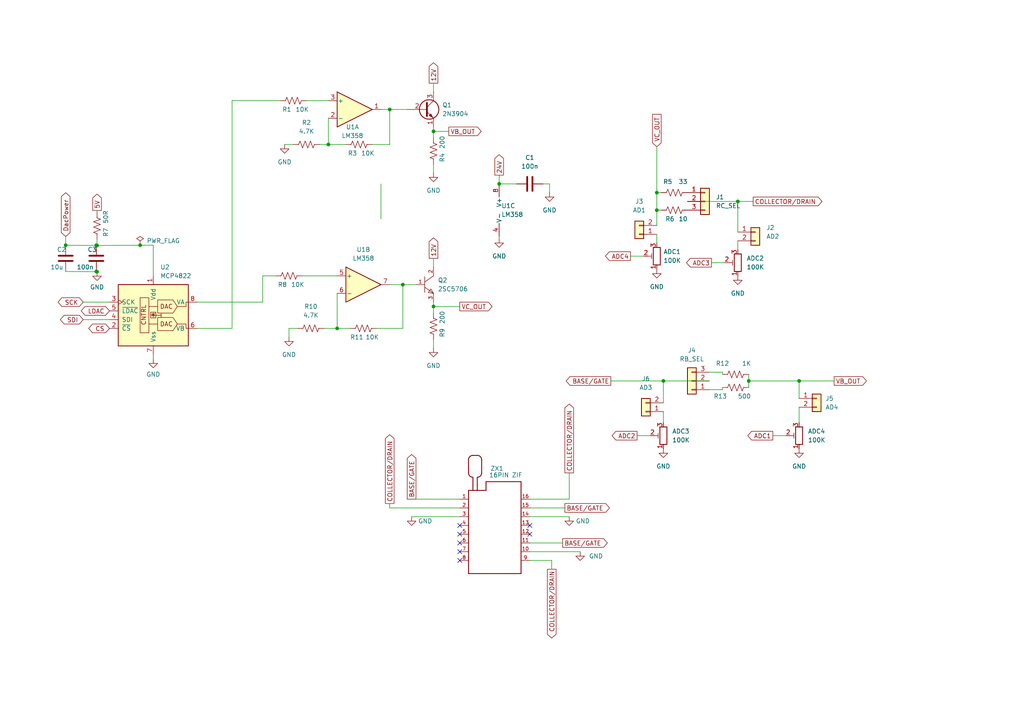
<source format=kicad_sch>
(kicad_sch (version 20211123) (generator eeschema)
  (paper "A4")
  (lib_symbols
    (symbol "Amplifier_Operational:LM358" (pin_names (offset 0.127))
      (property "Reference" "U" (at 0 5.08 0))
      (property "Value" "LM358" (at 0 -5.08 0))
      (symbol "LM358_1_1"
        (polyline (pts (xy -5.08 5.08) (xy 5.08 0) (xy -5.08 -5.08) (xy -5.08 5.08)) (stroke (width 0.254)) (fill (type background)))
        (pin output line (at 7.62 0 180) (length 2.54) (name "~") (number "1"))
        (pin input line (at -7.62 -2.54 0) (length 2.54) (name "-") (number "2"))
        (pin input line (at -7.62 2.54 0) (length 2.54) (name "+") (number "3"))
      )
      (symbol "LM358_2_1"
        (polyline (pts (xy -5.08 5.08) (xy 5.08 0) (xy -5.08 -5.08) (xy -5.08 5.08)) (stroke (width 0.254)) (fill (type background)))
        (pin input line (at -7.62 2.54 0) (length 2.54) (name "+") (number "5"))
        (pin input line (at -7.62 -2.54 0) (length 2.54) (name "-") (number "6"))
        (pin output line (at 7.62 0 180) (length 2.54) (name "~") (number "7"))
      )
      (symbol "LM358_3_1"
        (pin power_in line (at -2.54 -7.62 90) (length 3.81) (name "V-") (number "4"))
        (pin power_in line (at -2.54 7.62 270) (length 3.81) (name "V+") (number "8"))
      )
    )
    (symbol "Analog_DAC:MCP4822" (pin_names (offset 1.016))
      (property "Reference" "U" (at -2.54 10.795 0))
      (property "Value" "MCP4822" (at -2.54 8.89 0))
      (symbol "MCP4822_0_0"
        (polyline (pts (xy 0 -1.778) (xy 0 -0.635)))
        (polyline (pts (xy 0.381 -0.889) (xy 0.508 -0.762)))
        (polyline (pts (xy 2.286 -1.143) (xy 2.286 -1.905)))
        (polyline (pts (xy 0.381 -0.889) (xy -0.381 -0.889) (xy -0.508 -1.016)))
        (polyline (pts (xy 0.762 -1.27) (xy 2.286 -1.27) (xy 2.286 -0.762)))
        (polyline (pts (xy 0 -0.889) (xy 0.508 -1.397) (xy -0.508 -1.397) (xy 0 -0.889)))
        (polyline (pts (xy 6.985 -3.81) (xy 9.525 -3.81) (xy 9.525 -5.08) (xy 10.16 -5.08)))
        (polyline (pts (xy 6.985 1.27) (xy 9.525 1.27) (xy 9.525 2.54) (xy 10.16 2.54)))
        (rectangle (start 0.762 -0.381) (end -0.762 -2.032))
        (text "CNTRL" (at -2.032 -4.191 900) (effects (font (size 1.27 1.27)) (justify left bottom)))
        (text "DAC" (at 3.81 -3.81 0) (effects (font (size 1.27 1.27))))
        (text "DAC" (at 3.81 1.27 0) (effects (font (size 1.27 1.27))))
      )
      (symbol "MCP4822_0_1"
        (rectangle (start -10.16 7.62) (end 10.16 -10.16) (stroke (width 0.254)) (fill (type background)))
        (rectangle (start -1.27 -6.35) (end -3.81 3.81))
        (polyline (pts (xy 1.27 -3.81) (xy -1.27 -3.81)))
        (polyline (pts (xy 1.27 1.27) (xy -1.27 1.27)))
        (polyline (pts (xy 6.985 -3.81) (xy 5.715 -1.905) (xy 1.27 -1.905) (xy 1.27 -5.715) (xy 5.715 -5.715) (xy 6.985 -3.81)))
        (polyline (pts (xy 6.985 1.27) (xy 5.715 3.175) (xy 1.27 3.175) (xy 1.27 -0.635) (xy 5.715 -0.635) (xy 6.985 1.27)))
      )
      (symbol "MCP4822_1_1"
        (pin power_in line (at 0 10.16 270) (length 2.54) (name "Vdd") (number "1"))
        (pin input line (at -12.7 -5.08 0) (length 2.54) (name "~{CS}") (number "2"))
        (pin input clock (at -12.7 2.54 0) (length 2.54) (name "SCK") (number "3"))
        (pin input line (at -12.7 -2.54 0) (length 2.54) (name "SDI") (number "4"))
        (pin input line (at -12.7 0 0) (length 2.54) (name "~{LDAC}") (number "5"))
        (pin output line (at 12.7 -5.08 180) (length 2.54) (name "VB") (number "6"))
        (pin power_in line (at 0 -12.7 90) (length 2.54) (name "Vss") (number "7"))
        (pin output line (at 12.7 2.54 180) (length 2.54) (name "VA") (number "8"))
      )
    )
    (symbol "Connector_Generic:Conn_01x02" (pin_names (offset 1.016) hide)
      (property "Reference" "J" (at 0 2.54 0))
      (property "Value" "Conn_01x02" (at 0 -5.08 0))
      (symbol "Conn_01x02_1_1"
        (rectangle (start -1.27 -2.413) (end 0 -2.667) (stroke (width 0.1524)))
        (rectangle (start -1.27 0.127) (end 0 -0.127) (stroke (width 0.1524)))
        (rectangle (start -1.27 1.27) (end 1.27 -3.81) (stroke (width 0.254)) (fill (type background)))
        (pin passive line (at -5.08 0 0) (length 3.81) (name "Pin_1") (number "1"))
        (pin passive line (at -5.08 -2.54 0) (length 3.81) (name "Pin_2") (number "2"))
      )
    )
    (symbol "Connector_Generic:Conn_01x03" (pin_names (offset 1.016) hide)
      (property "Reference" "J" (at 0 5.08 0))
      (property "Value" "Conn_01x03" (at 0 -5.08 0))
      (symbol "Conn_01x03_1_1"
        (rectangle (start -1.27 -2.413) (end 0 -2.667) (stroke (width 0.1524)))
        (rectangle (start -1.27 0.127) (end 0 -0.127) (stroke (width 0.1524)))
        (rectangle (start -1.27 2.667) (end 0 2.413) (stroke (width 0.1524)))
        (rectangle (start -1.27 3.81) (end 1.27 -3.81) (stroke (width 0.254)) (fill (type background)))
        (pin passive line (at -5.08 2.54 0) (length 3.81) (name "Pin_1") (number "1"))
        (pin passive line (at -5.08 0 0) (length 3.81) (name "Pin_2") (number "2"))
        (pin passive line (at -5.08 -2.54 0) (length 3.81) (name "Pin_3") (number "3"))
      )
    )
    (symbol "Custom_RF:16Pin ZIF" (pin_names (offset 1.016))
      (property "Reference" "ZX" (at 0 13.97 0))
      (property "Value" "16Pin ZIF" (at -7.62 -17.78 0))
      (symbol "16Pin ZIF_0_0"
        (arc (start -7.62 15.24) (mid -7.248 14.342) (end -6.35 13.97) (stroke (width 0.254)))
        (arc (start -6.35 20.32) (mid -7.248 19.948) (end -7.62 19.05) (stroke (width 0.254)))
        (arc (start -5.08 13.97) (mid -4.182 14.342) (end -3.81 15.24) (stroke (width 0.254)))
        (arc (start -3.81 19.05) (mid -4.182 19.948) (end -5.08 20.32) (stroke (width 0.254)))
        (polyline (pts (xy -7.62 -13.97) (xy 7.62 -13.97)) (stroke (width 0.254)))
        (polyline (pts (xy -7.62 10.16) (xy -7.62 -13.97)) (stroke (width 0.254)))
        (polyline (pts (xy -7.62 15.24) (xy -7.62 19.05)) (stroke (width 0.254)))
        (polyline (pts (xy -6.35 10.16) (xy -7.62 10.16)) (stroke (width 0.254)))
        (polyline (pts (xy -6.35 10.16) (xy -6.35 13.97)) (stroke (width 0.254)))
        (polyline (pts (xy -6.35 20.32) (xy -5.08 20.32)) (stroke (width 0.254)))
        (polyline (pts (xy -5.08 10.16) (xy -6.35 10.16)) (stroke (width 0.254)))
        (polyline (pts (xy -5.08 13.97) (xy -5.08 10.16)) (stroke (width 0.254)))
        (polyline (pts (xy -3.81 19.05) (xy -3.81 15.24)) (stroke (width 0.254)))
        (polyline (pts (xy -2.54 10.16) (xy -5.08 10.16)) (stroke (width 0.254)))
        (polyline (pts (xy -2.54 12.7) (xy -2.54 10.16)) (stroke (width 0.254)))
        (polyline (pts (xy 7.62 -13.97) (xy 7.62 12.7)) (stroke (width 0.254)))
        (polyline (pts (xy 7.62 12.7) (xy -2.54 12.7)) (stroke (width 0.254)))
        (pin passive line (at -10.16 7.62 0) (length 2.54) (name "~") (number "1"))
        (pin passive line (at 10.16 -7.62 180) (length 2.54) (name "~") (number "10"))
        (pin passive line (at 10.16 -5.08 180) (length 2.54) (name "~") (number "11"))
        (pin passive line (at 10.16 -2.54 180) (length 2.54) (name "~") (number "12"))
        (pin passive line (at 10.16 0 180) (length 2.54) (name "~") (number "13"))
        (pin passive line (at 10.16 2.54 180) (length 2.54) (name "~") (number "14"))
        (pin passive line (at 10.16 5.08 180) (length 2.54) (name "~") (number "15"))
        (pin passive line (at 10.16 7.62 180) (length 2.54) (name "~") (number "16"))
        (pin passive line (at -10.16 5.08 0) (length 2.54) (name "~") (number "2"))
        (pin passive line (at -10.16 2.54 0) (length 2.54) (name "~") (number "3"))
        (pin passive line (at -10.16 0 0) (length 2.54) (name "~") (number "4"))
        (pin passive line (at -10.16 -2.54 0) (length 2.54) (name "~") (number "5"))
        (pin passive line (at -10.16 -5.08 0) (length 2.54) (name "~") (number "6"))
        (pin passive line (at -10.16 -7.62 0) (length 2.54) (name "~") (number "7"))
        (pin passive line (at -10.16 -10.16 0) (length 2.54) (name "~") (number "8"))
        (pin passive line (at 10.16 -10.16 180) (length 2.54) (name "~") (number "9"))
      )
    )
    (symbol "Custom_RF:2SC5706-E" (pin_names (offset 1.016))
      (property "Reference" "Q" (at 0 7.62 0))
      (property "Value" "2SC5706-E" (at 0 10.16 0))
      (symbol "2SC5706-E_1_1"
        (polyline (pts (xy 2.54 -0.762) (xy 5.08 -2.54)))
        (polyline (pts (xy 2.54 2.286) (xy 2.54 -2.286)))
        (polyline (pts (xy 5.08 2.54) (xy 2.54 0.762)))
        (polyline (pts (xy 4.318 -1.27) (xy 3.556 -2.286) (xy 5.08 -2.54) (xy 4.318 -1.27)))
        (pin passive line (at 0 0 0) (length 2.54) (name "B") (number "1"))
        (pin passive line (at 5.08 5.08 270) (length 2.54) (name "C") (number "2"))
        (pin passive line (at 5.08 -5.08 90) (length 2.54) (name "E") (number "3"))
      )
    )
    (symbol "Device:C" (pin_numbers hide) (pin_names (offset 0.254))
      (property "Reference" "C" (at 0.635 2.54 0))
      (property "Value" "C" (at 0.635 -2.54 0))
      (symbol "C_0_1"
        (polyline (pts (xy -2.032 -0.762) (xy 2.032 -0.762)) (stroke (width 0.508)))
        (polyline (pts (xy -2.032 0.762) (xy 2.032 0.762)) (stroke (width 0.508)))
      )
      (symbol "C_1_1"
        (pin passive line (at 0 3.81 270) (length 2.794) (name "~") (number "1"))
        (pin passive line (at 0 -3.81 90) (length 2.794) (name "~") (number "2"))
      )
    )
    (symbol "Device:R_Potentiometer_Trim" (pin_names (offset 1.016) hide)
      (property "Reference" "RV" (at -4.445 0 90))
      (property "Value" "R_Potentiometer_Trim" (at -2.54 0 90))
      (symbol "R_Potentiometer_Trim_0_1"
        (polyline (pts (xy 1.524 0.762) (xy 1.524 -0.762)))
        (polyline (pts (xy 2.54 0) (xy 1.524 0)))
        (rectangle (start 1.016 2.54) (end -1.016 -2.54) (stroke (width 0.254)))
      )
      (symbol "R_Potentiometer_Trim_1_1"
        (pin passive line (at 0 3.81 270) (length 1.27) (name "1") (number "1"))
        (pin passive line (at 3.81 0 180) (length 1.27) (name "2") (number "2"))
        (pin passive line (at 0 -3.81 90) (length 1.27) (name "3") (number "3"))
      )
    )
    (symbol "Device:R_US" (pin_numbers hide) (pin_names (offset 0))
      (property "Reference" "R" (at 2.54 0 90))
      (property "Value" "R_US" (at -2.54 0 90))
      (symbol "R_US_0_1"
        (polyline (pts (xy 0 -2.286) (xy 0 -2.54)))
        (polyline (pts (xy 0 2.286) (xy 0 2.54)))
        (polyline (pts (xy 0 -0.762) (xy 1.016 -1.143) (xy 0 -1.524) (xy -1.016 -1.905) (xy 0 -2.286)))
        (polyline (pts (xy 0 0.762) (xy 1.016 0.381) (xy 0 0) (xy -1.016 -0.381) (xy 0 -0.762)))
        (polyline (pts (xy 0 2.286) (xy 1.016 1.905) (xy 0 1.524) (xy -1.016 1.143) (xy 0 0.762)))
      )
      (symbol "R_US_1_1"
        (pin passive line (at 0 3.81 270) (length 1.27) (name "~") (number "1"))
        (pin passive line (at 0 -3.81 90) (length 1.27) (name "~") (number "2"))
      )
    )
    (symbol "Transistor_BJT:2N3904" (pin_names (offset 0) hide)
      (property "Reference" "Q" (at 5.08 1.905 0))
      (property "Value" "2N3904" (at 5.08 0 0))
      (symbol "2N3904_0_1"
        (polyline (pts (xy 0.635 0.635) (xy 2.54 2.54)))
        (polyline (pts (xy 0.635 -0.635) (xy 2.54 -2.54) (xy 2.54 -2.54)))
        (polyline (pts (xy 0.635 1.905) (xy 0.635 -1.905) (xy 0.635 -1.905)) (stroke (width 0.508)))
        (polyline (pts (xy 1.27 -1.778) (xy 1.778 -1.27) (xy 2.286 -2.286) (xy 1.27 -1.778) (xy 1.27 -1.778)) (fill (type outline)))
        (circle (center 1.27 0) (radius 2.8194) (stroke (width 0.254)))
      )
      (symbol "2N3904_1_1"
        (pin passive line (at 2.54 -5.08 90) (length 2.54) (name "E") (number "1"))
        (pin passive line (at -5.08 0 0) (length 5.715) (name "B") (number "2"))
        (pin passive line (at 2.54 5.08 270) (length 2.54) (name "C") (number "3"))
      )
    )
    (symbol "power:GND" (power) (pin_names (offset 0))
      (property "Value" "GND" (at 0 -3.81 0))
      (symbol "GND_0_1"
        (polyline (pts (xy 0 0) (xy 0 -1.27) (xy 1.27 -1.27) (xy 0 -2.54) (xy -1.27 -1.27) (xy 0 -1.27)))
      )
      (symbol "GND_1_1"
        (pin power_in line (at 0 0 270) (length 0) hide (name "GND") (number "1"))
      )
    )
    (symbol "power:PWR_FLAG" (power) (pin_numbers hide) (pin_names (offset 0) hide)
      (property "Value" "PWR_FLAG" (at 0 3.81 0))
      (symbol "PWR_FLAG_0_0"
        (pin power_out line (at 0 0 90) (length 0) (name "pwr") (number "1"))
      )
      (symbol "PWR_FLAG_0_1"
        (polyline (pts (xy 0 0) (xy 0 1.27) (xy -1.016 1.905) (xy 0 2.54) (xy 1.016 1.905) (xy 0 1.27)))
      )
    )
  )
  (junction (at 190.5 60.96))
  (junction (at 27.94 78.74))
  (junction (at 144.78 53.34))
  (junction (at 95.25 41.91))
  (junction (at 116.84 82.55))
  (junction (at 27.94 71.12))
  (junction (at 125.73 88.9))
  (junction (at 28.1432 78.8162))
  (junction (at 28.1432 71.1962))
  (junction (at 192.405 110.49))
  (junction (at 19.05 71.12))
  (junction (at 125.73 38.1))
  (junction (at 190.5 55.88))
  (junction (at 97.79 95.25))
  (junction (at 231.775 110.49))
  (junction (at 40.64 71.12))
  (junction (at 113.03 31.75))
  (junction (at 213.995 58.42))
  (junction (at 217.17 110.49))
  (no_connect (at 153.67 152.4))
  (no_connect (at 133.35 160.02))
  (no_connect (at 133.35 157.48))
  (no_connect (at 133.35 162.56))
  (no_connect (at 153.67 154.94))
  (no_connect (at 133.35 152.4))
  (no_connect (at 133.35 154.94))
  (wire (pts (xy 192.405 119.38) (xy 192.405 122.555)))
  (wire (pts (xy 95.25 41.91) (xy 100.33 41.91)))
  (wire (pts (xy 165.1 144.78) (xy 153.67 144.78)))
  (wire (pts (xy 113.03 82.55) (xy 116.84 82.55)))
  (wire (pts (xy 24.13 87.63) (xy 31.75 87.63)))
  (wire (pts (xy 67.31 29.21) (xy 67.31 95.25)))
  (wire (pts (xy 27.94 71.12) (xy 28.1432 71.1962)))
  (wire (pts (xy 177.165 110.49) (xy 192.405 110.49)))
  (wire (pts (xy 97.79 85.09) (xy 97.79 95.25)))
  (wire (pts (xy 125.73 87.63) (xy 125.73 88.9)))
  (wire (pts (xy 159.385 53.34) (xy 159.385 55.88)))
  (wire (pts (xy 119.38 144.78) (xy 133.35 144.78)))
  (wire (pts (xy 163.195 157.48) (xy 153.67 157.48)))
  (wire (pts (xy 149.86 53.34) (xy 144.78 53.34)))
  (wire (pts (xy 190.5 55.88) (xy 190.5 60.96)))
  (wire (pts (xy 144.78 68.58) (xy 144.78 69.215)))
  (wire (pts (xy 109.22 95.25) (xy 116.84 95.25)))
  (wire (pts (xy 113.03 41.91) (xy 107.95 41.91)))
  (wire (pts (xy 80.01 80.01) (xy 76.2 80.01)))
  (wire (pts (xy 163.83 147.32) (xy 153.67 147.32)))
  (wire (pts (xy 110.49 31.75) (xy 113.03 31.75)))
  (wire (pts (xy 213.995 58.42) (xy 213.995 67.31)))
  (wire (pts (xy 19.05 68.58) (xy 19.05 71.12)))
  (wire (pts (xy 205.74 107.95) (xy 209.55 107.95)))
  (wire (pts (xy 113.03 31.75) (xy 113.03 41.91)))
  (wire (pts (xy 125.73 36.83) (xy 125.73 38.1)))
  (wire (pts (xy 190.5 60.96) (xy 190.5 65.405)))
  (wire (pts (xy 95.25 34.29) (xy 95.25 41.91)))
  (wire (pts (xy 217.17 110.49) (xy 231.775 110.49)))
  (wire (pts (xy 209.55 113.03) (xy 209.55 112.395)))
  (wire (pts (xy 213.995 58.42) (xy 218.44 58.42)))
  (wire (pts (xy 125.73 38.1) (xy 130.175 38.1)))
  (wire (pts (xy 125.73 74.93) (xy 125.73 77.47)))
  (wire (pts (xy 57.15 87.63) (xy 76.2 87.63)))
  (wire (pts (xy 165.1 137.16) (xy 165.1 144.78)))
  (wire (pts (xy 119.38 149.86) (xy 133.35 149.86)))
  (wire (pts (xy 231.775 115.57) (xy 231.775 110.49)))
  (wire (pts (xy 192.405 110.49) (xy 205.74 110.49)))
  (wire (pts (xy 125.73 38.1) (xy 125.73 40.005)))
  (wire (pts (xy 125.73 47.625) (xy 125.73 50.165)))
  (wire (pts (xy 192.405 110.49) (xy 192.405 116.84)))
  (wire (pts (xy 86.36 95.25) (xy 83.82 95.25)))
  (wire (pts (xy 190.5 42.545) (xy 190.5 55.88)))
  (wire (pts (xy 116.84 82.55) (xy 120.65 82.55)))
  (wire (pts (xy 213.995 69.85) (xy 213.995 72.39)))
  (wire (pts (xy 88.9 29.21) (xy 95.25 29.21)))
  (wire (pts (xy 28.1432 71.1962) (xy 40.64 71.12)))
  (wire (pts (xy 125.73 24.13) (xy 125.73 26.67)))
  (wire (pts (xy 28.1432 61.0362) (xy 28.1432 61.6712)))
  (wire (pts (xy 44.45 104.14) (xy 44.45 102.87)))
  (wire (pts (xy 165.1 149.86) (xy 153.67 149.86)))
  (wire (pts (xy 67.31 29.21) (xy 81.28 29.21)))
  (wire (pts (xy 83.82 95.25) (xy 83.82 97.79)))
  (wire (pts (xy 82.55 41.91) (xy 85.09 41.91)))
  (wire (pts (xy 113.03 146.05) (xy 113.03 147.32)))
  (wire (pts (xy 168.275 160.02) (xy 153.67 160.02)))
  (wire (pts (xy 44.45 80.01) (xy 44.45 71.12)))
  (wire (pts (xy 116.84 95.25) (xy 116.84 82.55)))
  (wire (pts (xy 205.74 113.03) (xy 209.55 113.03)))
  (wire (pts (xy 113.03 31.75) (xy 118.11 31.75)))
  (wire (pts (xy 110.49 53.34) (xy 110.49 63.5)))
  (wire (pts (xy 157.48 53.34) (xy 159.385 53.34)))
  (wire (pts (xy 92.71 41.91) (xy 95.25 41.91)))
  (wire (pts (xy 93.98 95.25) (xy 97.79 95.25)))
  (wire (pts (xy 153.67 162.56) (xy 160.02 162.56)))
  (wire (pts (xy 144.78 50.8) (xy 144.78 53.34)))
  (wire (pts (xy 125.73 88.9) (xy 133.35 88.9)))
  (wire (pts (xy 188.595 126.365) (xy 184.785 126.365)))
  (wire (pts (xy 113.03 147.32) (xy 133.35 147.32)))
  (wire (pts (xy 24.13 92.71) (xy 31.75 92.71)))
  (wire (pts (xy 231.775 110.49) (xy 241.935 110.49)))
  (wire (pts (xy 125.73 98.425) (xy 125.73 100.965)))
  (wire (pts (xy 97.79 95.25) (xy 101.6 95.25)))
  (wire (pts (xy 19.05 71.12) (xy 28.1432 71.1962)))
  (wire (pts (xy 28.1432 69.2912) (xy 28.1432 71.1962)))
  (wire (pts (xy 199.39 58.42) (xy 213.995 58.42)))
  (wire (pts (xy 209.55 107.95) (xy 209.55 108.585)))
  (wire (pts (xy 217.17 110.49) (xy 217.17 112.395)))
  (wire (pts (xy 231.775 122.555) (xy 231.775 118.11)))
  (wire (pts (xy 190.5 55.88) (xy 191.77 55.88)))
  (wire (pts (xy 227.965 126.365) (xy 224.155 126.365)))
  (wire (pts (xy 217.17 108.585) (xy 217.17 110.49)))
  (wire (pts (xy 190.5 67.945) (xy 190.5 70.485)))
  (wire (pts (xy 125.73 88.9) (xy 125.73 90.805)))
  (wire (pts (xy 160.02 162.56) (xy 160.02 165.1)))
  (wire (pts (xy 186.69 74.295) (xy 182.88 74.295)))
  (wire (pts (xy 76.2 80.01) (xy 76.2 87.63)))
  (wire (pts (xy 44.45 71.12) (xy 40.64 71.12)))
  (wire (pts (xy 19.05 78.74) (xy 28.1432 78.8162)))
  (wire (pts (xy 87.63 80.01) (xy 97.79 80.01)))
  (wire (pts (xy 67.31 95.25) (xy 57.15 95.25)))
  (wire (pts (xy 190.5 60.96) (xy 191.77 60.96)))
  (wire (pts (xy 27.94 78.74) (xy 28.1432 78.8162)))
  (wire (pts (xy 210.185 76.2) (xy 206.375 76.2)))
  (global_label "ADC1" (shape output) (at 224.155 126.365 180) (property "Intersheet References" "${INTERSHEET_REFS}" (effects hide)))
  (global_label "VB_OUT" (shape output) (at 130.175 38.1 0) (property "Intersheet References" "${INTERSHEET_REFS}" (effects hide)))
  (global_label "5V" (shape output) (at 28.1432 61.0362 90) (property "Intersheet References" "${INTERSHEET_REFS}" (effects hide)))
  (global_label "12V" (shape output) (at 125.73 74.93 90) (property "Intersheet References" "${INTERSHEET_REFS}" (effects hide)))
  (global_label "BASE{slash}GATE" (shape output) (at 163.83 147.32 0) (property "Intersheet References" "${INTERSHEET_REFS}" (effects hide)))
  (global_label "BASE{slash}GATE" (shape output) (at 163.195 157.48 0) (property "Intersheet References" "${INTERSHEET_REFS}" (effects hide)))
  (global_label "12V" (shape output) (at 125.73 24.13 90) (property "Intersheet References" "${INTERSHEET_REFS}" (effects hide)))
  (global_label "COLLECTOR{slash}DRAIN" (shape output) (at 218.44 58.42 0) (property "Intersheet References" "${INTERSHEET_REFS}" (effects hide)))
  (global_label "BASE{slash}GATE" (shape output) (at 177.165 110.49 180) (property "Intersheet References" "${INTERSHEET_REFS}" (effects hide)))
  (global_label "LDAC" (shape bidirectional) (at 31.75 90.17 180) (property "Intersheet References" "${INTERSHEET_REFS}" (effects hide)))
  (global_label "VC_OUT" (shape output) (at 133.35 88.9 0) (property "Intersheet References" "${INTERSHEET_REFS}" (effects hide)))
  (global_label "24V" (shape output) (at 144.78 50.8 90) (property "Intersheet References" "${INTERSHEET_REFS}" (effects hide)))
  (global_label "SCK" (shape bidirectional) (at 24.13 87.63 180) (property "Intersheet References" "${INTERSHEET_REFS}" (effects hide)))
  (global_label "ADC3" (shape output) (at 206.375 76.2 180) (property "Intersheet References" "${INTERSHEET_REFS}" (effects hide)))
  (global_label "COLLECTOR{slash}DRAIN" (shape output) (at 160.02 165.1 270) (property "Intersheet References" "${INTERSHEET_REFS}" (effects hide)))
  (global_label "VB_OUT" (shape output) (at 241.935 110.49 0) (property "Intersheet References" "${INTERSHEET_REFS}" (effects hide)))
  (global_label "ADC4" (shape output) (at 182.88 74.295 180) (property "Intersheet References" "${INTERSHEET_REFS}" (effects hide)))
  (global_label "COLLECTOR{slash}DRAIN" (shape output) (at 113.03 146.05 90) (property "Intersheet References" "${INTERSHEET_REFS}" (effects hide)))
  (global_label "CS" (shape bidirectional) (at 31.75 95.25 180) (property "Intersheet References" "${INTERSHEET_REFS}" (effects hide)))
  (global_label "SDI" (shape bidirectional) (at 24.13 92.71 180) (property "Intersheet References" "${INTERSHEET_REFS}" (effects hide)))
  (global_label "COLLECTOR{slash}DRAIN" (shape output) (at 165.1 137.16 90) (property "Intersheet References" "${INTERSHEET_REFS}" (effects hide)))
  (global_label "BASE{slash}GATE" (shape output) (at 119.38 144.78 90) (property "Intersheet References" "${INTERSHEET_REFS}" (effects hide)))
  (global_label "VC_OUT" (shape input) (at 190.5 42.545 90) (property "Intersheet References" "${INTERSHEET_REFS}" (effects hide)))
  (global_label "ADC2" (shape output) (at 184.785 126.365 180) (property "Intersheet References" "${INTERSHEET_REFS}" (effects hide)))
  (global_label "DacPower" (shape bidirectional) (at 19.05 68.58 90) (property "Intersheet References" "${INTERSHEET_REFS}" (effects hide)))
  (symbol (lib_id "Device:C") (at 27.94 74.93 180) (unit 1)
    (property "Reference" "C3" (at 25.4 72.39 0) (effects (justify right)))
    (property "Value" "100n" (at 22.225 77.47 0) (effects (justify right)))
    (property "Footprint" "Capacitor_SMD:C_1206_3216Metric" (effects hide))
  )
  (symbol (lib_id "Device:R_US") (at 105.41 95.25 90) (unit 1)
    (property "Reference" "R11" (at 103.505 97.79 90))
    (property "Value" "10K" (at 107.95 97.79 90))
    (property "Footprint" "Resistor_SMD:R_1206_3216Metric" (effects hide))
  )
  (symbol (lib_id "power:GND") (at 28.1432 78.8162 0) (unit 1)
    (property "Reference" "#PWR06" (effects hide))
    (property "Value" "GND" (at 28.1432 83.2612 0))
  )
  (symbol (lib_id "power:GND") (at 159.385 55.88 0) (unit 1)
    (property "Reference" "#PWR03" (effects hide))
    (property "Value" "GND" (at 159.385 60.96 0))
  )
  (symbol (lib_id "Device:R_US") (at 28.1432 65.4812 180) (unit 1)
    (property "Reference" "R7" (at 30.6832 67.3862 90))
    (property "Value" "50R" (at 30.6832 62.9412 90))
    (property "Footprint" "Resistor_SMD:R_1206_3216Metric" (effects hide))
  )
  (symbol (lib_id "Device:R_US") (at 213.36 108.585 90) (unit 1)
    (property "Reference" "R12" (at 209.55 105.41 90))
    (property "Value" "1K" (at 216.535 105.41 90))
    (property "Footprint" "Resistor_SMD:R_1206_3216Metric" (effects hide))
  )
  (symbol (lib_id "Connector_Generic:Conn_01x02") (at 219.075 67.31 0) (unit 1)
    (property "Reference" "J2" (at 222.25 66.0399 0) (effects (justify left)))
    (property "Value" "AD2" (at 222.25 68.5799 0) (effects (justify left)))
    (property "Footprint" "Connector_PinHeader_2.54mm:PinHeader_1x02_P2.54mm_Vertical" (effects hide))
  )
  (symbol (lib_id "Connector_Generic:Conn_01x02") (at 187.325 119.38 180) (unit 1)
    (property "Reference" "J6" (at 187.325 109.855 0))
    (property "Value" "AD3" (at 187.325 112.395 0))
    (property "Footprint" "Connector_PinHeader_2.54mm:PinHeader_1x02_P2.54mm_Vertical" (effects hide))
  )
  (symbol (lib_id "power:GND") (at 144.78 69.215 0) (unit 1)
    (property "Reference" "#PWR04" (effects hide))
    (property "Value" "GND" (at 144.78 74.295 0))
  )
  (symbol (lib_id "power:GND") (at 168.275 160.02 0) (unit 1)
    (property "Reference" "#PWR015" (effects hide))
    (property "Value" "GND" (at 170.815 161.2899 0) (effects (justify left)))
  )
  (symbol (lib_id "Amplifier_Operational:LM358") (at 105.41 82.55 0) (unit 2)
    (property "Reference" "U1" (at 105.41 72.39 0))
    (property "Value" "LM358" (at 105.41 74.93 0))
    (property "Footprint" "Package_DIP:DIP-8_W7.62mm_Socket" (effects hide))
    (property "Datasheet" "http://www.ti.com/lit/ds/symlink/lm2904-n.pdf" (effects hide))
  )
  (symbol (lib_id "power:GND") (at 213.995 80.01 0) (unit 1)
    (property "Reference" "#PWR07" (effects hide))
    (property "Value" "GND" (at 213.995 85.09 0))
  )
  (symbol (lib_id "Connector_Generic:Conn_01x03") (at 204.47 58.42 0) (unit 1)
    (property "Reference" "J1" (at 207.645 57.1499 0) (effects (justify left)))
    (property "Value" "RC_SEL" (at 207.645 59.6899 0) (effects (justify left)))
    (property "Footprint" "Connector_PinHeader_2.54mm:PinHeader_1x03_P2.54mm_Vertical" (effects hide))
  )
  (symbol (lib_id "Device:R_Potentiometer_Trim") (at 192.405 126.365 180) (unit 1)
    (property "Reference" "ADC3" (at 194.945 125.0949 0) (effects (justify right)))
    (property "Value" "100K" (at 194.945 127.6349 0) (effects (justify right)))
    (property "Footprint" "Potentiometer_THT:Potentiometer_Bourns_3296W_Vertical" (effects hide))
  )
  (symbol (lib_id "power:GND") (at 165.1 149.86 0) (unit 1)
    (property "Reference" "#PWR014" (effects hide))
    (property "Value" "GND" (at 167.005 151.1299 0) (effects (justify left)))
  )
  (symbol (lib_id "Connector_Generic:Conn_01x02") (at 185.42 67.945 180) (unit 1)
    (property "Reference" "J3" (at 185.42 58.42 0))
    (property "Value" "AD1" (at 185.42 60.96 0))
    (property "Footprint" "Connector_PinHeader_2.54mm:PinHeader_1x02_P2.54mm_Vertical" (effects hide))
  )
  (symbol (lib_id "Device:C") (at 19.05 74.93 180) (unit 1)
    (property "Reference" "C2" (at 16.51 72.39 0) (effects (justify right)))
    (property "Value" "10u" (at 14.605 77.47 0) (effects (justify right)))
    (property "Footprint" "Capacitor_SMD:C_1206_3216Metric" (effects hide))
  )
  (symbol (lib_id "Connector_Generic:Conn_01x03") (at 200.66 110.49 180) (unit 1)
    (property "Reference" "J4" (at 200.66 101.6 0))
    (property "Value" "RB_SEL" (at 200.66 104.14 0))
    (property "Footprint" "Connector_PinHeader_2.54mm:PinHeader_1x03_P2.54mm_Vertical" (effects hide))
  )
  (symbol (lib_id "Device:R_Potentiometer_Trim") (at 213.995 76.2 180) (unit 1)
    (property "Reference" "ADC2" (at 216.535 74.9299 0) (effects (justify right)))
    (property "Value" "100K" (at 216.535 77.4699 0) (effects (justify right)))
    (property "Footprint" "Potentiometer_THT:Potentiometer_Bourns_3296W_Vertical" (effects hide))
  )
  (symbol (lib_id "power:GND") (at 125.73 50.165 0) (unit 1)
    (property "Reference" "#PWR02" (effects hide))
    (property "Value" "GND" (at 125.73 55.245 0))
  )
  (symbol (lib_id "power:GND") (at 83.82 97.79 0) (unit 1)
    (property "Reference" "#PWR08" (effects hide))
    (property "Value" "GND" (at 83.82 102.87 0))
  )
  (symbol (lib_id "Device:R_Potentiometer_Trim") (at 190.5 74.295 180) (unit 1)
    (property "Reference" "ADC1" (at 192.405 73.0249 0) (effects (justify right)))
    (property "Value" "100K" (at 192.405 75.5649 0) (effects (justify right)))
    (property "Footprint" "Potentiometer_THT:Potentiometer_Bourns_3296W_Vertical" (effects hide))
  )
  (symbol (lib_id "Device:R_US") (at 195.58 55.88 90) (unit 1)
    (property "Reference" "R5" (at 193.675 52.705 90))
    (property "Value" "33" (at 198.12 52.705 90))
    (property "Footprint" "Resistor_THT:R_Axial_DIN0411_L9.9mm_D3.6mm_P7.62mm_Vertical" (effects hide))
  )
  (symbol (lib_id "Device:C") (at 153.67 53.34 90) (unit 1)
    (property "Reference" "C1" (at 153.67 45.72 90))
    (property "Value" "100n" (at 153.67 48.26 90))
    (property "Footprint" "Capacitor_SMD:C_1206_3216Metric" (effects hide))
  )
  (symbol (lib_id "Device:R_Potentiometer_Trim") (at 231.775 126.365 180) (unit 1)
    (property "Reference" "ADC4" (at 234.315 125.0949 0) (effects (justify right)))
    (property "Value" "100K" (at 234.315 127.6349 0) (effects (justify right)))
    (property "Footprint" "Potentiometer_THT:Potentiometer_Bourns_3296W_Vertical" (effects hide))
  )
  (symbol (lib_id "Device:R_US") (at 83.82 80.01 90) (unit 1)
    (property "Reference" "R8" (at 81.915 82.55 90))
    (property "Value" "10K" (at 86.36 82.55 90))
    (property "Footprint" "Resistor_SMD:R_1206_3216Metric" (effects hide))
  )
  (symbol (lib_id "power:GND") (at 190.5 78.105 0) (unit 1)
    (property "Reference" "#PWR05" (effects hide))
    (property "Value" "GND" (at 190.5 83.185 0))
  )
  (symbol (lib_id "Device:R_US") (at 195.58 60.96 90) (unit 1)
    (property "Reference" "R6" (at 194.31 63.5 90))
    (property "Value" "10" (at 198.12 63.5 90))
    (property "Footprint" "Resistor_THT:R_Axial_DIN0411_L9.9mm_D3.6mm_P7.62mm_Vertical" (effects hide))
  )
  (symbol (lib_id "power:GND") (at 44.45 104.14 0) (unit 1)
    (property "Reference" "#PWR010" (effects hide))
    (property "Value" "GND" (at 44.45 108.585 0))
  )
  (symbol (lib_id "Amplifier_Operational:LM358") (at 102.87 31.75 0) (unit 1)
    (property "Reference" "U1" (at 102.235 36.83 0))
    (property "Value" "LM358" (at 102.235 39.37 0))
    (property "Footprint" "Package_DIP:DIP-8_W7.62mm_Socket" (effects hide))
    (property "Datasheet" "http://www.ti.com/lit/ds/symlink/lm2904-n.pdf" (effects hide))
  )
  (symbol (lib_id "Connector_Generic:Conn_01x02") (at 236.855 115.57 0) (unit 1)
    (property "Reference" "J5" (at 239.395 115.5699 0) (effects (justify left)))
    (property "Value" "AD4" (at 239.395 118.1099 0) (effects (justify left)))
    (property "Footprint" "Connector_PinHeader_2.54mm:PinHeader_1x02_P2.54mm_Vertical" (effects hide))
  )
  (symbol (lib_id "Custom_RF:16Pin ZIF") (at 143.51 152.4 0) (unit 1)
    (property "Reference" "ZX1" (at 144.145 135.89 0))
    (property "Value" "16PIN ZIF" (at 146.685 137.795 0))
    (property "Footprint" "Custom_RF:16Pin ZIF" (effects hide))
    (property "POPULARITY" "0" (effects hide))
    (property "OC_FARNELL" "1674399" (effects hide))
    (property "MF" "3M" (effects hide))
    (property "MPN" "216-3340-00-0602J" (effects hide))
    (property "OC_NEWARK" "85K7797" (effects hide))
  )
  (symbol (lib_id "power:GND") (at 119.38 149.86 0) (unit 1)
    (property "Reference" "#PWR013" (effects hide))
    (property "Value" "GND" (at 121.285 151.1299 0) (effects (justify left)))
  )
  (symbol (lib_id "power:GND") (at 231.775 130.175 0) (unit 1)
    (property "Reference" "#PWR012" (effects hide))
    (property "Value" "GND" (at 231.775 135.255 0))
  )
  (symbol (lib_id "Device:R_US") (at 90.17 95.25 90) (unit 1)
    (property "Reference" "R10" (at 90.17 88.9 90))
    (property "Value" "4.7K" (at 90.17 91.44 90))
    (property "Footprint" "Resistor_SMD:R_1206_3216Metric" (effects hide))
  )
  (symbol (lib_id "Device:R_US") (at 85.09 29.21 90) (unit 1)
    (property "Reference" "R1" (at 83.185 31.75 90))
    (property "Value" "10K" (at 87.63 31.75 90))
    (property "Footprint" "Resistor_SMD:R_1206_3216Metric" (effects hide))
  )
  (symbol (lib_id "Device:R_US") (at 125.73 94.615 180) (unit 1)
    (property "Reference" "R9" (at 128.27 96.52 90))
    (property "Value" "200" (at 128.27 92.075 90))
    (property "Footprint" "Resistor_SMD:R_1206_3216Metric" (effects hide))
  )
  (symbol (lib_id "power:GND") (at 125.73 100.965 0) (unit 1)
    (property "Reference" "#PWR09" (effects hide))
    (property "Value" "GND" (at 125.73 106.045 0))
  )
  (symbol (lib_id "power:GND") (at 192.405 130.175 0) (unit 1)
    (property "Reference" "#PWR011" (effects hide))
    (property "Value" "GND" (at 192.405 135.255 0))
  )
  (symbol (lib_id "Device:R_US") (at 88.9 41.91 90) (unit 1)
    (property "Reference" "R2" (at 88.9 35.56 90))
    (property "Value" "4.7K" (at 88.9 38.1 90))
    (property "Footprint" "Resistor_SMD:R_1206_3216Metric" (effects hide))
  )
  (symbol (lib_id "Device:R_US") (at 104.14 41.91 90) (unit 1)
    (property "Reference" "R3" (at 102.235 44.45 90))
    (property "Value" "10K" (at 106.68 44.45 90))
    (property "Footprint" "Resistor_SMD:R_1206_3216Metric" (effects hide))
  )
  (symbol (lib_id "Device:R_US") (at 125.73 43.815 180) (unit 1)
    (property "Reference" "R4" (at 128.27 45.72 90))
    (property "Value" "200" (at 128.27 41.275 90))
    (property "Footprint" "Resistor_SMD:R_1206_3216Metric" (effects hide))
  )
  (symbol (lib_id "Amplifier_Operational:LM358") (at 147.32 60.96 0) (unit 3)
    (property "Reference" "U1" (at 145.415 59.6899 0) (effects (justify left)))
    (property "Value" "LM358" (at 145.415 62.2299 0) (effects (justify left)))
    (property "Footprint" "Package_DIP:DIP-8_W7.62mm_Socket" (effects hide))
    (property "Datasheet" "http://www.ti.com/lit/ds/symlink/lm2904-n.pdf" (effects hide))
  )
  (symbol (lib_id "Custom_RF:2SC5706-E") (at 120.65 82.55 0) (unit 1)
    (property "Reference" "Q2" (at 127 81.2799 0) (effects (justify left)))
    (property "Value" "2SC5706" (at 127 83.8199 0) (effects (justify left)))
    (property "Footprint" "Custom_RF:2SC5706" (effects hide))
    (property "Datasheet" "http://www.onsemi.com/pub_link/Collateral/EN6912-D.PDF" (effects hide))
    (property "Component Link 1 Description" "Manufacturer URL" (effects hide))
    (property "Component Link 1 URL" "http://www.onsemi.com/" (effects hide))
    (property "Component Link 3 Description" "Package Specification" (effects hide))
    (property "Component Link 3 URL" "http://www.onsemi.cn/pub_link/Collateral/369AJ.PDF" (effects hide))
    (property "IC Continuous A" "5" (effects hide))
    (property "Mounting Technology" "Through Hole" (effects hide))
    (property "Package Description" "3-Pin Flange Mount, Vertical Straight Lead, Body 6.5 x 5.5 mm, Pitch 2.3 mm" (effects hide))
    (property "Package Version" "Rev. O, 01/2012" (effects hide))
    (property "Packing" "Bulk Bag" (effects hide))
    (property "Polarity" "NPN" (effects hide))
    (property "category" "Trans" (effects hide))
    (property "ciiva ids" "861379" (effects hide))
    (property "library id" "0f9a4dab6e0fcd82" (effects hide))
    (property "manufacturer" "On Semiconductor" (effects hide))
    (property "package" "IPAK-3-369AJ" (effects hide))
    (property "release date" "1406912380" (effects hide))
    (property "rohs" "Yes" (effects hide))
    (property "vault revision" "21FB8925-E1ED-4C34-A2E6-8E9C7F353C91" (effects hide))
    (property "imported" "yes" (effects hide))
  )
  (symbol (lib_id "Analog_DAC:MCP4822") (at 44.45 90.17 0) (unit 1)
    (property "Reference" "U2" (at 46.4694 77.47 0) (effects (justify left)))
    (property "Value" "MCP4822" (at 46.4694 80.01 0) (effects (justify left)))
    (property "Footprint" "Package_SO:SOIC-8_3.9x4.9mm_P1.27mm" (effects hide))
    (property "Datasheet" "http://ww1.microchip.com/downloads/en/DeviceDoc/20002249B.pdf" (effects hide))
  )
  (symbol (lib_id "Device:R_US") (at 213.36 112.395 90) (unit 1)
    (property "Reference" "R13" (at 208.915 114.935 90))
    (property "Value" "500" (at 215.9 114.935 90))
    (property "Footprint" "Resistor_SMD:R_1206_3216Metric" (effects hide))
  )
  (symbol (lib_id "Transistor_BJT:2N3904") (at 123.19 31.75 0) (unit 1)
    (property "Reference" "Q1" (at 128.27 30.4799 0) (effects (justify left)))
    (property "Value" "2N3904" (at 128.27 33.0199 0) (effects (justify left)))
    (property "Footprint" "Package_TO_SOT_THT:TO-92_Inline_Wide" (effects hide))
    (property "Datasheet" "https://www.onsemi.com/pub/Collateral/2N3903-D.PDF" (effects hide))
  )
  (symbol (lib_id "power:GND") (at 82.55 41.91 0) (unit 1)
    (property "Reference" "#PWR01" (effects hide))
    (property "Value" "GND" (at 82.55 46.99 0))
  )
  (symbol (lib_id "power:PWR_FLAG") (at 40.64 71.12 0) (unit 1)
    (property "Reference" "#FLG01" (effects hide))
    (property "Value" "PWR_FLAG" (at 42.545 69.8499 0) (effects (justify left)))
  )
)
</source>
